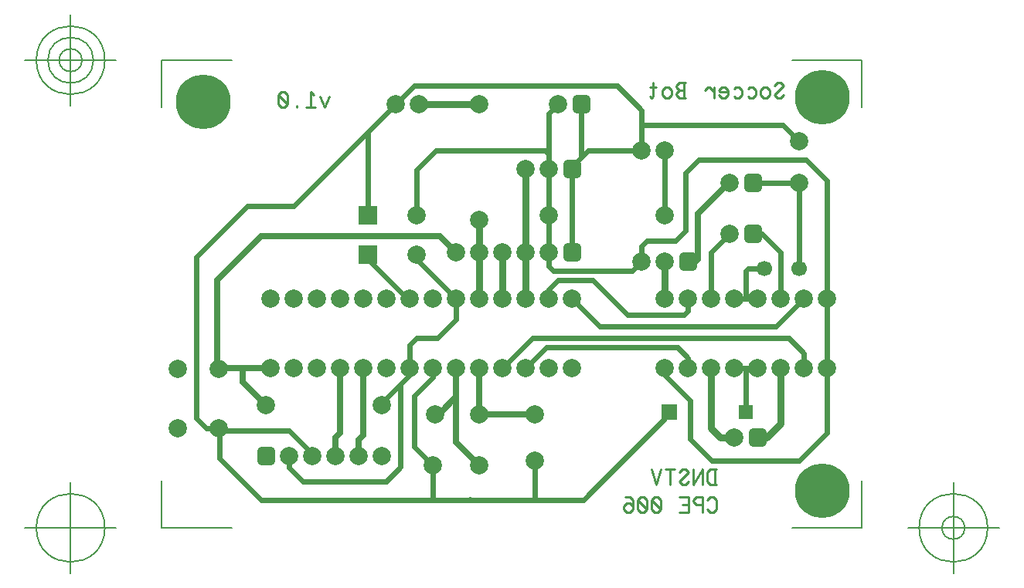
<source format=gbr>
G04 Generated by Ultiboard 14.0 *
%FSLAX34Y34*%
%MOMM*%

%ADD10C,0.0001*%
%ADD11C,0.6000*%
%ADD12C,0.7000*%
%ADD13C,0.8000*%
%ADD14C,0.2667*%
%ADD15C,0.1270*%
%ADD16C,2.0000*%
%ADD17R,1.0051X1.0051*%
%ADD18C,0.9949*%
%ADD19C,1.7000*%
%ADD20R,2.0000X2.0000*%
%ADD21R,1.6000X1.6000*%
%ADD22R,1.7000X1.7000*%
%ADD23C,6.0000*%


G04 ColorRGB 0000FF for the following layer *
%LNCopper Bottom*%
%LPD*%
G54D10*
G54D11*
X334645Y28575D02*
X335280Y27940D01*
X60113Y106680D02*
X62653Y104140D01*
X46567Y106680D02*
X60537Y106680D01*
X62653Y104140D02*
X137160Y104140D01*
X35560Y117687D02*
X46567Y106680D01*
X162560Y78740D02*
X137160Y104140D01*
X162560Y78740D02*
X162560Y76200D01*
X651510Y172720D02*
X624840Y172720D01*
X274320Y482600D02*
X496570Y482600D01*
X223520Y340360D02*
X223520Y431800D01*
X496570Y482600D02*
X523240Y455930D01*
X523240Y411480D01*
X223520Y292100D02*
X223520Y297180D01*
X464820Y411480D02*
X523240Y411480D01*
X678180Y439420D02*
X523240Y439420D01*
X266700Y248920D02*
X223520Y292100D01*
X464820Y411480D02*
X447040Y393700D01*
X678180Y439420D02*
X695960Y421640D01*
X266700Y248920D02*
X269240Y248920D01*
X457200Y403860D02*
X447040Y393700D01*
X447040Y299720D02*
X447040Y393700D01*
X457200Y403860D02*
X457200Y462280D01*
X695960Y375176D02*
X695216Y375920D01*
X645160Y375920D01*
X695960Y375176D02*
X695960Y281940D01*
X640080Y281940D02*
X657860Y281940D01*
X637540Y279400D02*
X640080Y281940D01*
X637540Y279400D02*
X637540Y248920D01*
X650240Y248920D02*
X624840Y248920D01*
X294640Y28723D02*
X294640Y66040D01*
X295910Y64770D02*
X274320Y86360D01*
X406400Y30480D02*
X403860Y27940D01*
X406400Y30480D02*
X406400Y71120D01*
X548640Y339090D02*
X548640Y411480D01*
X396240Y172720D02*
X419100Y195580D01*
X562610Y195580D01*
X574040Y184150D01*
X574040Y172720D01*
X370840Y172720D02*
X403860Y205740D01*
X684530Y205740D01*
X701040Y189230D01*
X701040Y172720D01*
X421640Y259080D02*
X421640Y248920D01*
X421640Y259080D02*
X431800Y269240D01*
X469900Y269240D01*
X574040Y235585D02*
X574040Y248920D01*
X670560Y218440D02*
X477520Y218440D01*
X701040Y248920D02*
X670560Y218440D01*
X447040Y248920D02*
X477520Y218440D01*
X508000Y231140D02*
X569595Y231140D01*
X469900Y269240D02*
X508000Y231140D01*
X569595Y231140D02*
X574040Y235585D01*
X675640Y299720D02*
X675640Y247650D01*
X655320Y320040D02*
X675640Y299720D01*
X655320Y320040D02*
X645160Y320040D01*
X599440Y299720D02*
X599440Y248920D01*
X619760Y320040D02*
X599440Y299720D01*
X637540Y124460D02*
X637540Y172720D01*
X458996Y27940D02*
X553720Y122664D01*
X553720Y124460D01*
X335280Y27940D02*
X458996Y27940D01*
X238760Y134620D02*
X269240Y165100D01*
X238760Y134620D02*
X238760Y132080D01*
X259080Y64135D02*
X259080Y154940D01*
X269240Y165100D02*
X269240Y175260D01*
X243205Y48260D02*
X259080Y64135D01*
X269240Y175260D02*
X269240Y198120D01*
X152400Y48260D02*
X243205Y48260D01*
X269240Y198120D02*
X276860Y205740D01*
X137160Y63500D02*
X152400Y48260D01*
X276860Y205740D02*
X299720Y205740D01*
X137160Y63500D02*
X137160Y76200D01*
X320040Y226060D02*
X299720Y205740D01*
X320040Y226060D02*
X320040Y248920D01*
X276860Y292100D01*
X276860Y297815D01*
X276860Y390637D02*
X276860Y340360D01*
X297703Y411480D02*
X276860Y390637D01*
X417142Y411480D02*
X297703Y411480D01*
X421640Y406982D02*
X417142Y411480D01*
X421640Y284480D02*
X421640Y452120D01*
X426720Y279400D02*
X421640Y284480D01*
X431800Y462280D02*
X421640Y452120D01*
X426720Y279400D02*
X513080Y279400D01*
X523240Y289560D01*
X523240Y306705D02*
X523240Y289560D01*
X528955Y312420D02*
X523240Y306705D01*
X560070Y312420D02*
X528955Y312420D01*
X571500Y323850D02*
X560070Y312420D01*
X571500Y323850D02*
X571500Y387350D01*
X585470Y401320D02*
X571500Y387350D01*
X703580Y401320D02*
X585470Y401320D01*
X726440Y378460D02*
X703580Y401320D01*
X726440Y101600D02*
X726440Y378460D01*
X726440Y101600D02*
X695960Y71120D01*
X679450Y71120D01*
X600075Y71120D02*
X680720Y71120D01*
X576580Y94615D02*
X600075Y71120D01*
X576580Y94615D02*
X576580Y124460D01*
X576580Y125512D02*
X576580Y137160D01*
X548640Y165100D01*
X548640Y172720D01*
X294640Y162560D02*
X274320Y142240D01*
X294640Y162560D02*
X294640Y172720D01*
X274320Y142240D02*
X274320Y86360D01*
X35560Y294640D02*
X35560Y117687D01*
X91440Y350520D02*
X142240Y350520D01*
X274320Y482600D01*
X91440Y350520D02*
X35560Y294640D01*
X106680Y27940D02*
X60960Y73660D01*
X60960Y105833D01*
X106680Y27940D02*
X334010Y27940D01*
G54D12*
X320040Y91440D02*
X320040Y172720D01*
X345440Y66040D02*
X320040Y91440D01*
X320040Y141182D02*
X300778Y121920D01*
X297180Y121920D01*
X345440Y172720D02*
X345440Y121920D01*
X406400Y121920D01*
X193040Y101600D02*
X193040Y172720D01*
X187960Y96520D02*
X193040Y101600D01*
X187960Y96520D02*
X187960Y76200D01*
X218440Y99060D02*
X218440Y172720D01*
X213360Y93980D02*
X218440Y99060D01*
X213360Y93980D02*
X213360Y76200D01*
X111760Y132080D02*
X86360Y157480D01*
X86360Y172720D01*
X60960Y172720D02*
X116840Y172720D01*
X60113Y171873D02*
X60960Y172720D01*
X58420Y175260D02*
X60960Y172720D01*
X58420Y269240D02*
X58420Y175260D01*
X106680Y317500D02*
X58420Y269240D01*
X106680Y317500D02*
X302260Y317500D01*
X320040Y299720D01*
X582060Y289560D02*
X574040Y289560D01*
X585000Y292500D02*
X582060Y289560D01*
X585000Y342100D02*
X585000Y292500D01*
X618820Y375920D02*
X585000Y342100D01*
X618820Y375920D02*
X619760Y375920D01*
G54D13*
X345440Y335280D02*
X345440Y248920D01*
X370840Y299720D02*
X370840Y248920D01*
X396240Y248920D02*
X396240Y391160D01*
X548640Y248920D02*
X548640Y289560D01*
X609600Y96520D02*
X624840Y96520D01*
X660400Y96520D02*
X675640Y111760D01*
X660400Y96520D02*
X650240Y96520D01*
X599440Y106680D02*
X599440Y170180D01*
X675640Y111760D02*
X675640Y172720D01*
X609600Y96520D02*
X599440Y106680D01*
X279400Y462280D02*
X345440Y462280D01*
G54D14*
X595113Y17591D02*
X598527Y14163D01*
X601940Y14163D01*
X605353Y17591D01*
X605353Y27877D01*
X601940Y31306D01*
X598527Y31306D01*
X595113Y27877D01*
X589993Y14163D02*
X589993Y31306D01*
X583167Y31306D01*
X579753Y27877D01*
X579753Y26163D01*
X583167Y22734D01*
X589993Y22734D01*
X564393Y14163D02*
X574633Y14163D01*
X574633Y22734D01*
X574633Y31306D01*
X564393Y31306D01*
X574633Y22734D02*
X567807Y22734D01*
X543913Y27877D02*
X540500Y31306D01*
X537087Y31306D01*
X533673Y27877D01*
X533673Y17591D01*
X537087Y14163D01*
X540500Y14163D01*
X543913Y17591D01*
X543913Y27877D01*
X533673Y27877D02*
X543913Y17591D01*
X528553Y27877D02*
X525140Y31306D01*
X521727Y31306D01*
X518313Y27877D01*
X518313Y17591D01*
X521727Y14163D01*
X525140Y14163D01*
X528553Y17591D01*
X528553Y27877D01*
X518313Y27877D02*
X528553Y17591D01*
X504660Y31306D02*
X509780Y31306D01*
X513193Y27877D01*
X513193Y21020D01*
X513193Y17591D01*
X509780Y14163D01*
X506367Y14163D01*
X502953Y17591D01*
X502953Y21020D01*
X506367Y24449D01*
X509780Y24449D01*
X513193Y21020D01*
X605353Y44643D02*
X598527Y44643D01*
X595113Y48071D01*
X595113Y58357D01*
X598527Y61786D01*
X605353Y61786D01*
X603647Y61786D02*
X603647Y44643D01*
X589993Y44643D02*
X589993Y61786D01*
X579753Y44643D01*
X579753Y61786D01*
X574633Y48071D02*
X571220Y44643D01*
X567807Y44643D01*
X564393Y48071D01*
X574633Y58357D01*
X571220Y61786D01*
X567807Y61786D01*
X564393Y58357D01*
X554153Y44643D02*
X554153Y61786D01*
X559273Y61786D02*
X549033Y61786D01*
X543913Y61786D02*
X538793Y44643D01*
X533673Y61786D01*
X679013Y472251D02*
X675600Y468823D01*
X672187Y468823D01*
X668773Y472251D01*
X679013Y482537D01*
X675600Y485966D01*
X672187Y485966D01*
X668773Y482537D01*
X663653Y472251D02*
X660240Y468823D01*
X656827Y468823D01*
X653413Y472251D01*
X653413Y477394D01*
X656827Y480823D01*
X660240Y480823D01*
X663653Y477394D01*
X663653Y472251D01*
X639760Y470537D02*
X641467Y468823D01*
X644880Y468823D01*
X648293Y472251D01*
X648293Y477394D01*
X644880Y480823D01*
X641467Y480823D01*
X639760Y479109D01*
X624400Y470537D02*
X626107Y468823D01*
X629520Y468823D01*
X632933Y472251D01*
X632933Y477394D01*
X629520Y480823D01*
X626107Y480823D01*
X624400Y479109D01*
X607333Y472251D02*
X610747Y468823D01*
X614160Y468823D01*
X617573Y472251D01*
X617573Y477394D01*
X614160Y480823D01*
X610747Y480823D01*
X607333Y477394D01*
X609040Y475680D01*
X617573Y475680D01*
X602213Y475680D02*
X597093Y480823D01*
X595387Y480823D01*
X591973Y477394D01*
X602213Y468823D02*
X602213Y480823D01*
X571493Y468823D02*
X564667Y468823D01*
X561253Y472251D01*
X561253Y473966D01*
X564667Y477394D01*
X561253Y480823D01*
X561253Y482537D01*
X564667Y485966D01*
X569787Y485966D01*
X571493Y485966D01*
X569787Y477394D02*
X564667Y477394D01*
X569787Y485966D02*
X569787Y468823D01*
X556133Y472251D02*
X552720Y468823D01*
X549307Y468823D01*
X545893Y472251D01*
X545893Y477394D01*
X549307Y480823D01*
X552720Y480823D01*
X556133Y477394D01*
X556133Y472251D01*
X532240Y470537D02*
X533947Y468823D01*
X535653Y470537D01*
X535653Y485966D01*
X539067Y480823D02*
X532240Y480823D01*
X181173Y470663D02*
X176053Y458663D01*
X170933Y470663D01*
X164107Y472377D02*
X160693Y475806D01*
X160693Y458663D01*
X165813Y458663D02*
X155573Y458663D01*
X145333Y458663D02*
X145333Y460377D01*
X135093Y472377D02*
X131680Y475806D01*
X128267Y475806D01*
X124853Y472377D01*
X124853Y462091D01*
X128267Y458663D01*
X131680Y458663D01*
X135093Y462091D01*
X135093Y472377D01*
X124853Y472377D02*
X135093Y462091D01*
G54D15*
X-2540Y-2540D02*
X-2540Y48768D01*
X-2540Y-2540D02*
X74168Y-2540D01*
X764540Y-2540D02*
X687832Y-2540D01*
X764540Y-2540D02*
X764540Y48768D01*
X764540Y510540D02*
X764540Y459232D01*
X764540Y510540D02*
X687832Y510540D01*
X-2540Y510540D02*
X74168Y510540D01*
X-2540Y510540D02*
X-2540Y459232D01*
X-52540Y-2540D02*
X-152540Y-2540D01*
X-102540Y-52540D02*
X-102540Y47460D01*
X-140040Y-2540D02*
G75*
D01*
G02X-140040Y-2540I37500J0*
G01*
X814540Y-2540D02*
X914540Y-2540D01*
X864540Y-52540D02*
X864540Y47460D01*
X827040Y-2540D02*
G75*
D01*
G02X827040Y-2540I37500J0*
G01*
X852040Y-2540D02*
G75*
D01*
G02X852040Y-2540I12500J0*
G01*
X-52540Y510540D02*
X-152540Y510540D01*
X-102540Y460540D02*
X-102540Y560540D01*
X-140040Y510540D02*
G75*
D01*
G02X-140040Y510540I37500J0*
G01*
X-127540Y510540D02*
G75*
D01*
G02X-127540Y510540I25000J0*
G01*
X-115040Y510540D02*
G75*
D01*
G02X-115040Y510540I12500J0*
G01*
G54D16*
X137160Y76200D03*
X162560Y76200D03*
X213360Y76200D03*
X187960Y76200D03*
X238760Y76200D03*
X294640Y66040D03*
X345440Y66040D03*
X345440Y121920D03*
X296757Y121920D03*
X421640Y299720D03*
X396240Y299720D03*
X345440Y299720D03*
X370840Y299720D03*
X320040Y299720D03*
X548640Y340360D03*
X421640Y340360D03*
X421640Y391160D03*
X396240Y391160D03*
X619760Y320040D03*
X15240Y171873D03*
X60113Y171873D03*
X15240Y106680D03*
X60113Y106680D03*
X238760Y132080D03*
X111760Y132080D03*
X548640Y172720D03*
X726440Y172720D03*
X675640Y248920D03*
X701040Y248920D03*
X650240Y248920D03*
X599440Y248920D03*
X624840Y248920D03*
X574040Y248920D03*
X548640Y248920D03*
X574040Y172720D03*
X650240Y172720D03*
X675640Y172720D03*
X701040Y172720D03*
X599440Y172720D03*
X624840Y172720D03*
X726440Y248920D03*
X619760Y375920D03*
X548640Y289560D03*
X523240Y289560D03*
X345440Y462280D03*
X345440Y335280D03*
X431800Y462280D03*
X279400Y462280D03*
X254000Y462280D03*
X548640Y411480D03*
X523240Y411480D03*
X406400Y71120D03*
X406400Y121920D03*
X142240Y172720D03*
X167640Y172720D03*
X193040Y172720D03*
X243840Y172720D03*
X218440Y172720D03*
X269240Y172720D03*
X320040Y172720D03*
X294640Y172720D03*
X345440Y172720D03*
X370840Y172720D03*
X396240Y172720D03*
X421640Y172720D03*
X447040Y172720D03*
X116840Y172720D03*
X116840Y248920D03*
X142240Y248920D03*
X167640Y248920D03*
X193040Y248920D03*
X218440Y248920D03*
X243840Y248920D03*
X269240Y248920D03*
X294640Y248920D03*
X320040Y248920D03*
X345440Y248920D03*
X370840Y248920D03*
X396240Y248920D03*
X421640Y248920D03*
X447040Y248920D03*
X695960Y421640D03*
X695960Y375920D03*
X276860Y340360D03*
X276860Y297180D03*
X624840Y96520D03*
G54D17*
X111760Y76200D03*
X447040Y299720D03*
X447040Y391160D03*
X645160Y320040D03*
X645160Y375920D03*
X574040Y289560D03*
X457200Y462280D03*
X650240Y96520D03*
G54D18*
X106735Y71175D02*
X116785Y71175D01*
X116785Y81225D01*
X106735Y81225D01*
X106735Y71175D01*D02*
X442015Y294695D02*
X452065Y294695D01*
X452065Y304745D01*
X442015Y304745D01*
X442015Y294695D01*D02*
X442015Y386135D02*
X452065Y386135D01*
X452065Y396185D01*
X442015Y396185D01*
X442015Y386135D01*D02*
X640135Y315015D02*
X650185Y315015D01*
X650185Y325065D01*
X640135Y325065D01*
X640135Y315015D01*D02*
X640135Y370895D02*
X650185Y370895D01*
X650185Y380945D01*
X640135Y380945D01*
X640135Y370895D01*D02*
X569015Y284535D02*
X579065Y284535D01*
X579065Y294585D01*
X569015Y294585D01*
X569015Y284535D01*D02*
X452175Y457255D02*
X462225Y457255D01*
X462225Y467305D01*
X452175Y467305D01*
X452175Y457255D01*D02*
X645215Y91495D02*
X655265Y91495D01*
X655265Y101545D01*
X645215Y101545D01*
X645215Y91495D01*D02*
G54D19*
X695960Y281940D03*
X657860Y281940D03*
G54D20*
X223520Y340360D03*
X223520Y297180D03*
G54D21*
X637540Y124460D03*
G54D22*
X553720Y124460D03*
G54D23*
X43180Y464820D03*
X721360Y38100D03*
X721360Y469900D03*

M02*

</source>
